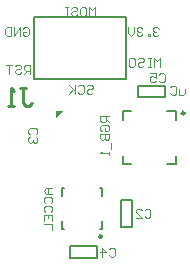
<source format=gbo>
G04 Layer_Color=13813960*
%FSLAX24Y24*%
%MOIN*%
G70*
G01*
G75*
%ADD27C,0.0100*%
%ADD44C,0.0098*%
%ADD45C,0.0079*%
%ADD46C,0.0059*%
%ADD47C,0.0039*%
G36*
X22747Y24222D02*
Y24472D01*
X22997D01*
X22747Y24222D01*
D02*
G37*
D27*
X21569Y25245D02*
X21769D01*
X21669D01*
Y24746D01*
X21769Y24646D01*
X21869D01*
X21969Y24746D01*
X21369Y24646D02*
X21169D01*
X21269D01*
Y25245D01*
X21369Y25146D01*
D44*
X24291Y20285D02*
G03*
X24291Y20285I-49J0D01*
G01*
X27047Y24400D02*
G03*
X27047Y24400I-49J0D01*
G01*
D45*
X22024Y25524D02*
X25094D01*
Y27610D01*
X22024D02*
X25094D01*
X22024Y25524D02*
Y27610D01*
X24301Y20541D02*
Y20817D01*
X24222Y20541D02*
X24301D01*
X24222Y21900D02*
X24301D01*
Y21624D02*
Y21900D01*
X22943Y20541D02*
X23022D01*
X22943D02*
Y20817D01*
Y21900D02*
X23022D01*
X22943Y21624D02*
Y21900D01*
X26742Y24183D02*
Y24459D01*
X26467D02*
X26742D01*
Y22707D02*
Y22982D01*
X26467Y22707D02*
X26742D01*
X24990D02*
Y22982D01*
Y22707D02*
X25266D01*
X24990Y24183D02*
Y24459D01*
X25266D01*
D46*
X25495Y24928D02*
Y25308D01*
Y24928D02*
X26395D01*
X25495Y25308D02*
X26395D01*
Y24928D02*
Y25308D01*
X24928Y21513D02*
X25308D01*
X24928Y20613D02*
Y21513D01*
X25308Y20613D02*
Y21513D01*
X24928Y20613D02*
X25308D01*
X23211Y19574D02*
Y19954D01*
Y19574D02*
X24111D01*
X23211Y19954D02*
X24111D01*
Y19574D02*
Y19954D01*
D47*
X23780Y25285D02*
X23829Y25335D01*
X23927D01*
X23976Y25285D01*
Y25236D01*
X23927Y25187D01*
X23829D01*
X23780Y25138D01*
Y25089D01*
X23829Y25039D01*
X23927D01*
X23976Y25089D01*
X23484Y25285D02*
X23534Y25335D01*
X23632D01*
X23681Y25285D01*
Y25089D01*
X23632Y25039D01*
X23534D01*
X23484Y25089D01*
X23386Y25335D02*
Y25039D01*
Y25138D01*
X23189Y25335D01*
X23337Y25187D01*
X23189Y25039D01*
X24055Y27638D02*
Y27933D01*
X23957Y27835D01*
X23858Y27933D01*
Y27638D01*
X23612Y27933D02*
X23711D01*
X23760Y27884D01*
Y27687D01*
X23711Y27638D01*
X23612D01*
X23563Y27687D01*
Y27884D01*
X23612Y27933D01*
X23268Y27884D02*
X23317Y27933D01*
X23416D01*
X23465Y27884D01*
Y27835D01*
X23416Y27785D01*
X23317D01*
X23268Y27736D01*
Y27687D01*
X23317Y27638D01*
X23416D01*
X23465Y27687D01*
X23170Y27933D02*
X23071D01*
X23120D01*
Y27638D01*
X23170D01*
X23071D01*
X21654Y27214D02*
X21703Y27264D01*
X21801D01*
X21850Y27214D01*
Y27018D01*
X21801Y26969D01*
X21703D01*
X21654Y27018D01*
Y27116D01*
X21752D01*
X21555Y26969D02*
Y27264D01*
X21358Y26969D01*
Y27264D01*
X21260D02*
Y26969D01*
X21112D01*
X21063Y27018D01*
Y27214D01*
X21112Y27264D01*
X21260D01*
X21890Y25709D02*
Y26004D01*
X21742D01*
X21693Y25955D01*
Y25856D01*
X21742Y25807D01*
X21890D01*
X21791D02*
X21693Y25709D01*
X21398Y25955D02*
X21447Y26004D01*
X21545D01*
X21595Y25955D01*
Y25905D01*
X21545Y25856D01*
X21447D01*
X21398Y25807D01*
Y25758D01*
X21447Y25709D01*
X21545D01*
X21595Y25758D01*
X21299Y26004D02*
X21103D01*
X21201D01*
Y25709D01*
X26181Y27214D02*
X26132Y27264D01*
X26034D01*
X25984Y27214D01*
Y27165D01*
X26034Y27116D01*
X26083D01*
X26034D01*
X25984Y27067D01*
Y27018D01*
X26034Y26969D01*
X26132D01*
X26181Y27018D01*
X25886Y26969D02*
Y27018D01*
X25837D01*
Y26969D01*
X25886D01*
X25640Y27214D02*
X25591Y27264D01*
X25492D01*
X25443Y27214D01*
Y27165D01*
X25492Y27116D01*
X25542D01*
X25492D01*
X25443Y27067D01*
Y27018D01*
X25492Y26969D01*
X25591D01*
X25640Y27018D01*
X25345Y27264D02*
Y27067D01*
X25246Y26969D01*
X25148Y27067D01*
Y27264D01*
X26220Y25945D02*
Y26240D01*
X26122Y26142D01*
X26024Y26240D01*
Y25945D01*
X25925Y26240D02*
X25827D01*
X25876D01*
Y25945D01*
X25925D01*
X25827D01*
X25483Y26191D02*
X25532Y26240D01*
X25630D01*
X25679Y26191D01*
Y26142D01*
X25630Y26092D01*
X25532D01*
X25483Y26043D01*
Y25994D01*
X25532Y25945D01*
X25630D01*
X25679Y25994D01*
X25237Y26240D02*
X25335D01*
X25384Y26191D01*
Y25994D01*
X25335Y25945D01*
X25237D01*
X25187Y25994D01*
Y26191D01*
X25237Y26240D01*
X26181Y25679D02*
X26230Y25728D01*
X26329D01*
X26378Y25679D01*
Y25482D01*
X26329Y25433D01*
X26230D01*
X26181Y25482D01*
X25886Y25728D02*
X26083D01*
Y25581D01*
X25984Y25630D01*
X25935D01*
X25886Y25581D01*
Y25482D01*
X25935Y25433D01*
X26034D01*
X26083Y25482D01*
X24528Y24291D02*
X24232D01*
Y24144D01*
X24282Y24095D01*
X24380D01*
X24429Y24144D01*
Y24291D01*
Y24193D02*
X24528Y24095D01*
X24282Y23799D02*
X24232Y23849D01*
Y23947D01*
X24282Y23996D01*
X24478D01*
X24528Y23947D01*
Y23849D01*
X24478Y23799D01*
X24380D01*
Y23898D01*
X24232Y23701D02*
X24528D01*
Y23553D01*
X24478Y23504D01*
X24429D01*
X24380Y23553D01*
Y23701D01*
Y23553D01*
X24331Y23504D01*
X24282D01*
X24232Y23553D01*
Y23701D01*
X24577Y23406D02*
Y23209D01*
X24528Y23111D02*
Y23012D01*
Y23061D01*
X24232D01*
X24282Y23111D01*
X22638Y21890D02*
X22441D01*
X22343Y21791D01*
X22441Y21693D01*
X22638D01*
X22490D01*
Y21890D01*
X22392Y21398D02*
X22343Y21447D01*
Y21545D01*
X22392Y21595D01*
X22589D01*
X22638Y21545D01*
Y21447D01*
X22589Y21398D01*
X22392Y21103D02*
X22343Y21152D01*
Y21250D01*
X22392Y21299D01*
X22589D01*
X22638Y21250D01*
Y21152D01*
X22589Y21103D01*
X22343Y20807D02*
Y21004D01*
X22638D01*
Y20807D01*
X22490Y21004D02*
Y20906D01*
X22343Y20709D02*
X22638D01*
Y20512D01*
X25709Y21151D02*
X25758Y21201D01*
X25856D01*
X25906Y21151D01*
Y20955D01*
X25856Y20906D01*
X25758D01*
X25709Y20955D01*
X25414Y20906D02*
X25610D01*
X25414Y21102D01*
Y21151D01*
X25463Y21201D01*
X25561D01*
X25610Y21151D01*
X24528Y19852D02*
X24577Y19901D01*
X24675D01*
X24724Y19852D01*
Y19655D01*
X24675Y19606D01*
X24577D01*
X24528Y19655D01*
X24282Y19606D02*
Y19901D01*
X24429Y19754D01*
X24232D01*
X21880Y23701D02*
X21831Y23750D01*
Y23848D01*
X21880Y23898D01*
X22077D01*
X22126Y23848D01*
Y23750D01*
X22077Y23701D01*
X21880Y23602D02*
X21831Y23553D01*
Y23455D01*
X21880Y23406D01*
X21929D01*
X21978Y23455D01*
Y23504D01*
Y23455D01*
X22028Y23406D01*
X22077D01*
X22126Y23455D01*
Y23553D01*
X22077Y23602D01*
X27054Y25207D02*
Y25059D01*
X27005Y25010D01*
X26858D01*
Y25207D01*
X26562Y25256D02*
X26612Y25305D01*
X26710D01*
X26759Y25256D01*
Y25059D01*
X26710Y25010D01*
X26612D01*
X26562Y25059D01*
M02*

</source>
